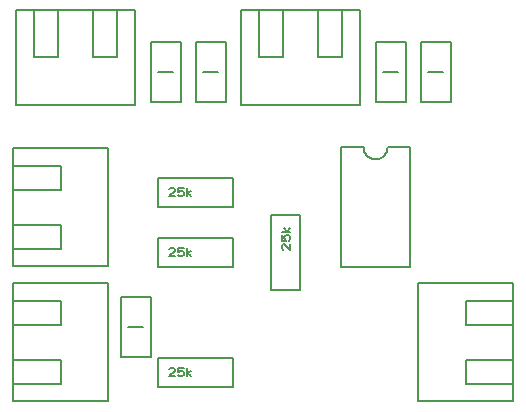
<source format=gto>
G75*
%MOIN*%
%OFA0B0*%
%FSLAX24Y24*%
%IPPOS*%
%LPD*%
%AMOC8*
5,1,8,0,0,1.08239X$1,22.5*
%
%ADD10C,0.0060*%
%ADD11C,0.0080*%
%ADD12C,0.0050*%
D10*
X019683Y009500D02*
X021983Y009500D01*
X021983Y013500D01*
X021233Y013500D01*
X021231Y013461D01*
X021225Y013422D01*
X021216Y013384D01*
X021203Y013347D01*
X021186Y013311D01*
X021166Y013278D01*
X021142Y013246D01*
X021116Y013217D01*
X021087Y013191D01*
X021055Y013167D01*
X021022Y013147D01*
X020986Y013130D01*
X020949Y013117D01*
X020911Y013108D01*
X020872Y013102D01*
X020833Y013100D01*
X020794Y013102D01*
X020755Y013108D01*
X020717Y013117D01*
X020680Y013130D01*
X020644Y013147D01*
X020611Y013167D01*
X020579Y013191D01*
X020550Y013217D01*
X020524Y013246D01*
X020500Y013278D01*
X020480Y013311D01*
X020463Y013347D01*
X020450Y013384D01*
X020441Y013422D01*
X020435Y013461D01*
X020433Y013500D01*
X019683Y013500D01*
X019683Y009500D01*
D11*
X018306Y008760D02*
X017361Y008760D01*
X017361Y011240D01*
X018306Y011240D01*
X018306Y008760D01*
X016073Y009528D02*
X013593Y009528D01*
X013593Y010472D01*
X016073Y010472D01*
X016073Y009528D01*
X013333Y008500D02*
X012333Y008500D01*
X012333Y006500D01*
X013333Y006500D01*
X013333Y008500D01*
X013083Y007500D02*
X012583Y007500D01*
X013593Y006472D02*
X016073Y006472D01*
X016073Y005528D01*
X013593Y005528D01*
X013593Y006472D01*
X013593Y011528D02*
X016073Y011528D01*
X016073Y012472D01*
X013593Y012472D01*
X013593Y011528D01*
X013333Y015000D02*
X014333Y015000D01*
X014333Y017000D01*
X013333Y017000D01*
X013333Y015000D01*
X014833Y015000D02*
X015833Y015000D01*
X015833Y017000D01*
X014833Y017000D01*
X014833Y015000D01*
X015083Y016000D02*
X015583Y016000D01*
X014083Y016000D02*
X013583Y016000D01*
X020833Y015000D02*
X021833Y015000D01*
X021833Y017000D01*
X020833Y017000D01*
X020833Y015000D01*
X022333Y015000D02*
X023333Y015000D01*
X023333Y017000D01*
X022333Y017000D01*
X022333Y015000D01*
X022583Y016000D02*
X023083Y016000D01*
X021583Y016000D02*
X021083Y016000D01*
D12*
X008759Y005622D02*
X008759Y005031D01*
X011908Y005031D01*
X011908Y008969D01*
X008759Y008969D01*
X008759Y008378D01*
X010333Y008378D01*
X010333Y007591D01*
X008759Y007591D01*
X008759Y008378D01*
X008759Y007591D02*
X008759Y006409D01*
X010333Y006409D01*
X010333Y005622D01*
X008759Y005622D01*
X008759Y006409D01*
X008759Y009531D02*
X008759Y010122D01*
X010333Y010122D01*
X010333Y010909D01*
X008759Y010909D01*
X008759Y012091D01*
X010333Y012091D01*
X010333Y012878D01*
X008759Y012878D01*
X008759Y013469D01*
X011908Y013469D01*
X011908Y009531D01*
X008759Y009531D01*
X008759Y010122D02*
X008759Y010909D01*
X008759Y012091D02*
X008759Y012878D01*
X008865Y014925D02*
X012802Y014925D01*
X012802Y018075D01*
X012211Y018075D01*
X012211Y016500D01*
X011424Y016500D01*
X011424Y018075D01*
X012211Y018075D01*
X011424Y018075D02*
X010243Y018075D01*
X010243Y016500D01*
X009455Y016500D01*
X009455Y018075D01*
X010243Y018075D01*
X009455Y018075D02*
X008865Y018075D01*
X008865Y014925D01*
X013958Y012100D02*
X014003Y012145D01*
X014093Y012145D01*
X014138Y012100D01*
X014138Y012055D01*
X013958Y011875D01*
X014138Y011875D01*
X014253Y011920D02*
X014298Y011875D01*
X014388Y011875D01*
X014433Y011920D01*
X014433Y012010D01*
X014388Y012055D01*
X014343Y012055D01*
X014253Y012010D01*
X014253Y012145D01*
X014433Y012145D01*
X014548Y012145D02*
X014548Y011875D01*
X014548Y011965D02*
X014683Y012055D01*
X014548Y011965D02*
X014683Y011875D01*
X014548Y010145D02*
X014548Y009875D01*
X014548Y009965D02*
X014683Y010055D01*
X014548Y009965D02*
X014683Y009875D01*
X014433Y009920D02*
X014388Y009875D01*
X014298Y009875D01*
X014253Y009920D01*
X014253Y010010D02*
X014343Y010055D01*
X014388Y010055D01*
X014433Y010010D01*
X014433Y009920D01*
X014253Y010010D02*
X014253Y010145D01*
X014433Y010145D01*
X014138Y010100D02*
X014138Y010055D01*
X013958Y009875D01*
X014138Y009875D01*
X014138Y010100D02*
X014093Y010145D01*
X014003Y010145D01*
X013958Y010100D01*
X017708Y010135D02*
X017753Y010090D01*
X017708Y010135D02*
X017708Y010225D01*
X017753Y010270D01*
X017798Y010270D01*
X017978Y010090D01*
X017978Y010270D01*
X017933Y010385D02*
X017978Y010430D01*
X017978Y010520D01*
X017933Y010565D01*
X017843Y010565D01*
X017798Y010520D01*
X017798Y010475D01*
X017843Y010385D01*
X017708Y010385D01*
X017708Y010565D01*
X017708Y010679D02*
X017978Y010679D01*
X017888Y010679D02*
X017978Y010815D01*
X017888Y010679D02*
X017798Y010815D01*
X022259Y008969D02*
X022259Y005031D01*
X025408Y005031D01*
X025408Y005622D01*
X023833Y005622D01*
X023833Y006409D01*
X025408Y006409D01*
X025408Y005622D01*
X025408Y006409D02*
X025408Y007591D01*
X023833Y007591D01*
X023833Y008378D01*
X025408Y008378D01*
X025408Y007591D01*
X025408Y008378D02*
X025408Y008969D01*
X022259Y008969D01*
X014683Y006055D02*
X014548Y005965D01*
X014683Y005875D01*
X014548Y005875D02*
X014548Y006145D01*
X014433Y006145D02*
X014253Y006145D01*
X014253Y006010D01*
X014343Y006055D01*
X014388Y006055D01*
X014433Y006010D01*
X014433Y005920D01*
X014388Y005875D01*
X014298Y005875D01*
X014253Y005920D01*
X014138Y005875D02*
X013958Y005875D01*
X014138Y006055D01*
X014138Y006100D01*
X014093Y006145D01*
X014003Y006145D01*
X013958Y006100D01*
X016365Y014925D02*
X020302Y014925D01*
X020302Y018075D01*
X019711Y018075D01*
X019711Y016500D01*
X018924Y016500D01*
X018924Y018075D01*
X019711Y018075D01*
X018924Y018075D02*
X017743Y018075D01*
X017743Y016500D01*
X016955Y016500D01*
X016955Y018075D01*
X017743Y018075D01*
X016955Y018075D02*
X016365Y018075D01*
X016365Y014925D01*
M02*

</source>
